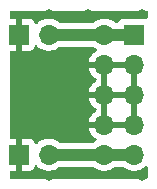
<source format=gbr>
%TF.GenerationSoftware,KiCad,Pcbnew,(6.0.2-0)*%
%TF.CreationDate,2022-02-21T10:23:53+09:00*%
%TF.ProjectId,EurorackPowerForBreadboard,4575726f-7261-4636-9b50-6f776572466f,B*%
%TF.SameCoordinates,Original*%
%TF.FileFunction,Copper,L1,Top*%
%TF.FilePolarity,Positive*%
%FSLAX46Y46*%
G04 Gerber Fmt 4.6, Leading zero omitted, Abs format (unit mm)*
G04 Created by KiCad (PCBNEW (6.0.2-0)) date 2022-02-21 10:23:53*
%MOMM*%
%LPD*%
G01*
G04 APERTURE LIST*
%TA.AperFunction,ComponentPad*%
%ADD10R,1.700000X1.700000*%
%TD*%
%TA.AperFunction,ComponentPad*%
%ADD11O,1.700000X1.700000*%
%TD*%
%TA.AperFunction,ViaPad*%
%ADD12C,0.800000*%
%TD*%
%TA.AperFunction,Conductor*%
%ADD13C,1.000000*%
%TD*%
G04 APERTURE END LIST*
D10*
%TO.P,J3,1,Pin_1*%
%TO.N,+12V*%
X120280000Y-99060000D03*
D11*
%TO.P,J3,2,Pin_2*%
X117740000Y-99060000D03*
%TO.P,J3,3,Pin_3*%
%TO.N,GND*%
X120280000Y-101600000D03*
%TO.P,J3,4,Pin_4*%
X117740000Y-101600000D03*
%TO.P,J3,5,Pin_5*%
X120280000Y-104140000D03*
%TO.P,J3,6,Pin_6*%
X117740000Y-104140000D03*
%TO.P,J3,7,Pin_7*%
X120280000Y-106680000D03*
%TO.P,J3,8,Pin_8*%
X117740000Y-106680000D03*
%TO.P,J3,9,Pin_9*%
%TO.N,-12V*%
X120280000Y-109220000D03*
%TO.P,J3,10,Pin_10*%
X117740000Y-109220000D03*
%TD*%
D10*
%TO.P,J2,1,Pin_1*%
%TO.N,GND*%
X110490000Y-109220000D03*
D11*
%TO.P,J2,2,Pin_2*%
%TO.N,-12V*%
X113030000Y-109220000D03*
%TD*%
D10*
%TO.P,J1,1,Pin_1*%
%TO.N,GND*%
X110490000Y-99060000D03*
D11*
%TO.P,J1,2,Pin_2*%
%TO.N,+12V*%
X113030000Y-99060000D03*
%TD*%
D12*
%TO.N,GND*%
X116332000Y-97282000D03*
X113030000Y-110998000D03*
X111760000Y-104140000D03*
X113030000Y-97282000D03*
X120904000Y-97282000D03*
X120904000Y-110998000D03*
X116332000Y-110744000D03*
%TD*%
D13*
%TO.N,+12V*%
X113030000Y-99060000D02*
X117740000Y-99060000D01*
X117740000Y-99060000D02*
X120280000Y-99060000D01*
%TO.N,-12V*%
X113030000Y-109220000D02*
X117740000Y-109220000D01*
X117740000Y-109220000D02*
X120280000Y-109220000D01*
%TD*%
%TA.AperFunction,Conductor*%
%TO.N,GND*%
G36*
X121354121Y-97048002D02*
G01*
X121400614Y-97101658D01*
X121412000Y-97154000D01*
X121412000Y-97590818D01*
X121391998Y-97658939D01*
X121338342Y-97705432D01*
X121268068Y-97715536D01*
X121255527Y-97712324D01*
X121255400Y-97712856D01*
X121247716Y-97711029D01*
X121240316Y-97708255D01*
X121178134Y-97701500D01*
X119381866Y-97701500D01*
X119319684Y-97708255D01*
X119183295Y-97759385D01*
X119066739Y-97846739D01*
X118979385Y-97963295D01*
X118976233Y-97971704D01*
X118971923Y-97979575D01*
X118970259Y-97978664D01*
X118934337Y-98026490D01*
X118867776Y-98051193D01*
X118858991Y-98051500D01*
X118698799Y-98051500D01*
X118630678Y-98031498D01*
X118620707Y-98024382D01*
X118498414Y-97927800D01*
X118498410Y-97927798D01*
X118494359Y-97924598D01*
X118298789Y-97816638D01*
X118293920Y-97814914D01*
X118293916Y-97814912D01*
X118093087Y-97743795D01*
X118093083Y-97743794D01*
X118088212Y-97742069D01*
X118083119Y-97741162D01*
X118083116Y-97741161D01*
X117873373Y-97703800D01*
X117873367Y-97703799D01*
X117868284Y-97702894D01*
X117794452Y-97701992D01*
X117650081Y-97700228D01*
X117650079Y-97700228D01*
X117644911Y-97700165D01*
X117424091Y-97733955D01*
X117211756Y-97803357D01*
X117013607Y-97906507D01*
X117009474Y-97909610D01*
X117009471Y-97909612D01*
X116854111Y-98026260D01*
X116787626Y-98051166D01*
X116778458Y-98051500D01*
X113988799Y-98051500D01*
X113920678Y-98031498D01*
X113910707Y-98024382D01*
X113788414Y-97927800D01*
X113788410Y-97927798D01*
X113784359Y-97924598D01*
X113588789Y-97816638D01*
X113583920Y-97814914D01*
X113583916Y-97814912D01*
X113383087Y-97743795D01*
X113383083Y-97743794D01*
X113378212Y-97742069D01*
X113373119Y-97741162D01*
X113373116Y-97741161D01*
X113163373Y-97703800D01*
X113163367Y-97703799D01*
X113158284Y-97702894D01*
X113084452Y-97701992D01*
X112940081Y-97700228D01*
X112940079Y-97700228D01*
X112934911Y-97700165D01*
X112714091Y-97733955D01*
X112501756Y-97803357D01*
X112303607Y-97906507D01*
X112299474Y-97909610D01*
X112299471Y-97909612D01*
X112143804Y-98026490D01*
X112124965Y-98040635D01*
X112121393Y-98044373D01*
X112043898Y-98125466D01*
X111982374Y-98160895D01*
X111911462Y-98157438D01*
X111853676Y-98116192D01*
X111834823Y-98082644D01*
X111793324Y-97971946D01*
X111784786Y-97956351D01*
X111708285Y-97854276D01*
X111695724Y-97841715D01*
X111593649Y-97765214D01*
X111578054Y-97756676D01*
X111457606Y-97711522D01*
X111442351Y-97707895D01*
X111391486Y-97702369D01*
X111384672Y-97702000D01*
X110762115Y-97702000D01*
X110746876Y-97706475D01*
X110745671Y-97707865D01*
X110744000Y-97715548D01*
X110744000Y-100399884D01*
X110748475Y-100415123D01*
X110749865Y-100416328D01*
X110757548Y-100417999D01*
X111384669Y-100417999D01*
X111391490Y-100417629D01*
X111442352Y-100412105D01*
X111457604Y-100408479D01*
X111578054Y-100363324D01*
X111593649Y-100354786D01*
X111695724Y-100278285D01*
X111708285Y-100265724D01*
X111784786Y-100163649D01*
X111793324Y-100148054D01*
X111834225Y-100038952D01*
X111876867Y-99982188D01*
X111943428Y-99957488D01*
X112012777Y-99972696D01*
X112047444Y-100000684D01*
X112072865Y-100030031D01*
X112072869Y-100030035D01*
X112076250Y-100033938D01*
X112248126Y-100176632D01*
X112441000Y-100289338D01*
X112649692Y-100369030D01*
X112654760Y-100370061D01*
X112654763Y-100370062D01*
X112761054Y-100391687D01*
X112868597Y-100413567D01*
X112873772Y-100413757D01*
X112873774Y-100413757D01*
X113086673Y-100421564D01*
X113086677Y-100421564D01*
X113091837Y-100421753D01*
X113096957Y-100421097D01*
X113096959Y-100421097D01*
X113308288Y-100394025D01*
X113308289Y-100394025D01*
X113313416Y-100393368D01*
X113319019Y-100391687D01*
X113522429Y-100330661D01*
X113522434Y-100330659D01*
X113527384Y-100329174D01*
X113727994Y-100230896D01*
X113909860Y-100101173D01*
X113912886Y-100098157D01*
X113977588Y-100069570D01*
X113993976Y-100068500D01*
X116782393Y-100068500D01*
X116850514Y-100088502D01*
X116862877Y-100097555D01*
X116958126Y-100176632D01*
X117031955Y-100219774D01*
X117080679Y-100271412D01*
X117093750Y-100341195D01*
X117067019Y-100406967D01*
X117026562Y-100440327D01*
X117018457Y-100444546D01*
X117009738Y-100450036D01*
X116839433Y-100577905D01*
X116831726Y-100584748D01*
X116684590Y-100738717D01*
X116678104Y-100746727D01*
X116558098Y-100922649D01*
X116553000Y-100931623D01*
X116463338Y-101124783D01*
X116459775Y-101134470D01*
X116404389Y-101334183D01*
X116405912Y-101342607D01*
X116418292Y-101346000D01*
X120408000Y-101346000D01*
X120476121Y-101366002D01*
X120522614Y-101419658D01*
X120534000Y-101472000D01*
X120534000Y-106808000D01*
X120513998Y-106876121D01*
X120460342Y-106922614D01*
X120408000Y-106934000D01*
X116423225Y-106934000D01*
X116409694Y-106937973D01*
X116408257Y-106947966D01*
X116438565Y-107082446D01*
X116441645Y-107092275D01*
X116521770Y-107289603D01*
X116526413Y-107298794D01*
X116637694Y-107480388D01*
X116643777Y-107488699D01*
X116783213Y-107649667D01*
X116790580Y-107656883D01*
X116954434Y-107792916D01*
X116962881Y-107798831D01*
X117031969Y-107839203D01*
X117080693Y-107890842D01*
X117093764Y-107960625D01*
X117067033Y-108026396D01*
X117026584Y-108059752D01*
X117013607Y-108066507D01*
X117009474Y-108069610D01*
X117009471Y-108069612D01*
X116854111Y-108186260D01*
X116787626Y-108211166D01*
X116778458Y-108211500D01*
X113988799Y-108211500D01*
X113920678Y-108191498D01*
X113910707Y-108184382D01*
X113788414Y-108087800D01*
X113788410Y-108087798D01*
X113784359Y-108084598D01*
X113588789Y-107976638D01*
X113583920Y-107974914D01*
X113583916Y-107974912D01*
X113383087Y-107903795D01*
X113383083Y-107903794D01*
X113378212Y-107902069D01*
X113373119Y-107901162D01*
X113373116Y-107901161D01*
X113163373Y-107863800D01*
X113163367Y-107863799D01*
X113158284Y-107862894D01*
X113084452Y-107861992D01*
X112940081Y-107860228D01*
X112940079Y-107860228D01*
X112934911Y-107860165D01*
X112714091Y-107893955D01*
X112501756Y-107963357D01*
X112471443Y-107979137D01*
X112313170Y-108061529D01*
X112303607Y-108066507D01*
X112299474Y-108069610D01*
X112299471Y-108069612D01*
X112137933Y-108190898D01*
X112124965Y-108200635D01*
X112121393Y-108204373D01*
X112043898Y-108285466D01*
X111982374Y-108320895D01*
X111911462Y-108317438D01*
X111853676Y-108276192D01*
X111834823Y-108242644D01*
X111793324Y-108131946D01*
X111784786Y-108116351D01*
X111708285Y-108014276D01*
X111695724Y-108001715D01*
X111593649Y-107925214D01*
X111578054Y-107916676D01*
X111457606Y-107871522D01*
X111442351Y-107867895D01*
X111391486Y-107862369D01*
X111384672Y-107862000D01*
X110762115Y-107862000D01*
X110746876Y-107866475D01*
X110745671Y-107867865D01*
X110744000Y-107875548D01*
X110744000Y-110559884D01*
X110748475Y-110575123D01*
X110749865Y-110576328D01*
X110757548Y-110577999D01*
X111384669Y-110577999D01*
X111391490Y-110577629D01*
X111442352Y-110572105D01*
X111457604Y-110568479D01*
X111578054Y-110523324D01*
X111593649Y-110514786D01*
X111695724Y-110438285D01*
X111708285Y-110425724D01*
X111784786Y-110323649D01*
X111793324Y-110308054D01*
X111834225Y-110198952D01*
X111876867Y-110142188D01*
X111943428Y-110117488D01*
X112012777Y-110132696D01*
X112047444Y-110160684D01*
X112072865Y-110190031D01*
X112072869Y-110190035D01*
X112076250Y-110193938D01*
X112248126Y-110336632D01*
X112441000Y-110449338D01*
X112649692Y-110529030D01*
X112654760Y-110530061D01*
X112654763Y-110530062D01*
X112762017Y-110551883D01*
X112868597Y-110573567D01*
X112873772Y-110573757D01*
X112873774Y-110573757D01*
X113086673Y-110581564D01*
X113086677Y-110581564D01*
X113091837Y-110581753D01*
X113096957Y-110581097D01*
X113096959Y-110581097D01*
X113308288Y-110554025D01*
X113308289Y-110554025D01*
X113313416Y-110553368D01*
X113318366Y-110551883D01*
X113522429Y-110490661D01*
X113522434Y-110490659D01*
X113527384Y-110489174D01*
X113727994Y-110390896D01*
X113909860Y-110261173D01*
X113912886Y-110258157D01*
X113977588Y-110229570D01*
X113993976Y-110228500D01*
X116782393Y-110228500D01*
X116850514Y-110248502D01*
X116862877Y-110257555D01*
X116958126Y-110336632D01*
X117151000Y-110449338D01*
X117359692Y-110529030D01*
X117364760Y-110530061D01*
X117364763Y-110530062D01*
X117472017Y-110551883D01*
X117578597Y-110573567D01*
X117583772Y-110573757D01*
X117583774Y-110573757D01*
X117796673Y-110581564D01*
X117796677Y-110581564D01*
X117801837Y-110581753D01*
X117806957Y-110581097D01*
X117806959Y-110581097D01*
X118018288Y-110554025D01*
X118018289Y-110554025D01*
X118023416Y-110553368D01*
X118028366Y-110551883D01*
X118232429Y-110490661D01*
X118232434Y-110490659D01*
X118237384Y-110489174D01*
X118437994Y-110390896D01*
X118619860Y-110261173D01*
X118622886Y-110258157D01*
X118687588Y-110229570D01*
X118703976Y-110228500D01*
X119322393Y-110228500D01*
X119390514Y-110248502D01*
X119402877Y-110257555D01*
X119498126Y-110336632D01*
X119691000Y-110449338D01*
X119899692Y-110529030D01*
X119904760Y-110530061D01*
X119904763Y-110530062D01*
X120012017Y-110551883D01*
X120118597Y-110573567D01*
X120123772Y-110573757D01*
X120123774Y-110573757D01*
X120336673Y-110581564D01*
X120336677Y-110581564D01*
X120341837Y-110581753D01*
X120346957Y-110581097D01*
X120346959Y-110581097D01*
X120558288Y-110554025D01*
X120558289Y-110554025D01*
X120563416Y-110553368D01*
X120568366Y-110551883D01*
X120772429Y-110490661D01*
X120772434Y-110490659D01*
X120777384Y-110489174D01*
X120977994Y-110390896D01*
X121159860Y-110261173D01*
X121163515Y-110257531D01*
X121163523Y-110257524D01*
X121197061Y-110224103D01*
X121259432Y-110190187D01*
X121330239Y-110195376D01*
X121387000Y-110238022D01*
X121411695Y-110304585D01*
X121412000Y-110313354D01*
X121412000Y-111126000D01*
X121391998Y-111194121D01*
X121338342Y-111240614D01*
X121286000Y-111252000D01*
X109854000Y-111252000D01*
X109785879Y-111231998D01*
X109739386Y-111178342D01*
X109728000Y-111126000D01*
X109728000Y-110704000D01*
X109748002Y-110635879D01*
X109801658Y-110589386D01*
X109854000Y-110578000D01*
X110217885Y-110578000D01*
X110233124Y-110573525D01*
X110234329Y-110572135D01*
X110236000Y-110564452D01*
X110236000Y-107880116D01*
X110231525Y-107864877D01*
X110230135Y-107863672D01*
X110222452Y-107862001D01*
X109854000Y-107862001D01*
X109785879Y-107841999D01*
X109739386Y-107788343D01*
X109728000Y-107736001D01*
X109728000Y-106414183D01*
X116404389Y-106414183D01*
X116405912Y-106422607D01*
X116418292Y-106426000D01*
X117467885Y-106426000D01*
X117483124Y-106421525D01*
X117484329Y-106420135D01*
X117486000Y-106412452D01*
X117486000Y-106407885D01*
X117994000Y-106407885D01*
X117998475Y-106423124D01*
X117999865Y-106424329D01*
X118007548Y-106426000D01*
X120007885Y-106426000D01*
X120023124Y-106421525D01*
X120024329Y-106420135D01*
X120026000Y-106412452D01*
X120026000Y-104412115D01*
X120021525Y-104396876D01*
X120020135Y-104395671D01*
X120012452Y-104394000D01*
X118012115Y-104394000D01*
X117996876Y-104398475D01*
X117995671Y-104399865D01*
X117994000Y-104407548D01*
X117994000Y-106407885D01*
X117486000Y-106407885D01*
X117486000Y-104412115D01*
X117481525Y-104396876D01*
X117480135Y-104395671D01*
X117472452Y-104394000D01*
X116423225Y-104394000D01*
X116409694Y-104397973D01*
X116408257Y-104407966D01*
X116438565Y-104542446D01*
X116441645Y-104552275D01*
X116521770Y-104749603D01*
X116526413Y-104758794D01*
X116637694Y-104940388D01*
X116643777Y-104948699D01*
X116783213Y-105109667D01*
X116790580Y-105116883D01*
X116954434Y-105252916D01*
X116962881Y-105258831D01*
X117032479Y-105299501D01*
X117081203Y-105351140D01*
X117094274Y-105420923D01*
X117067543Y-105486694D01*
X117027087Y-105520053D01*
X117018462Y-105524542D01*
X117009738Y-105530036D01*
X116839433Y-105657905D01*
X116831726Y-105664748D01*
X116684590Y-105818717D01*
X116678104Y-105826727D01*
X116558098Y-106002649D01*
X116553000Y-106011623D01*
X116463338Y-106204783D01*
X116459775Y-106214470D01*
X116404389Y-106414183D01*
X109728000Y-106414183D01*
X109728000Y-103874183D01*
X116404389Y-103874183D01*
X116405912Y-103882607D01*
X116418292Y-103886000D01*
X117467885Y-103886000D01*
X117483124Y-103881525D01*
X117484329Y-103880135D01*
X117486000Y-103872452D01*
X117486000Y-103867885D01*
X117994000Y-103867885D01*
X117998475Y-103883124D01*
X117999865Y-103884329D01*
X118007548Y-103886000D01*
X120007885Y-103886000D01*
X120023124Y-103881525D01*
X120024329Y-103880135D01*
X120026000Y-103872452D01*
X120026000Y-101872115D01*
X120021525Y-101856876D01*
X120020135Y-101855671D01*
X120012452Y-101854000D01*
X118012115Y-101854000D01*
X117996876Y-101858475D01*
X117995671Y-101859865D01*
X117994000Y-101867548D01*
X117994000Y-103867885D01*
X117486000Y-103867885D01*
X117486000Y-101872115D01*
X117481525Y-101856876D01*
X117480135Y-101855671D01*
X117472452Y-101854000D01*
X116423225Y-101854000D01*
X116409694Y-101857973D01*
X116408257Y-101867966D01*
X116438565Y-102002446D01*
X116441645Y-102012275D01*
X116521770Y-102209603D01*
X116526413Y-102218794D01*
X116637694Y-102400388D01*
X116643777Y-102408699D01*
X116783213Y-102569667D01*
X116790580Y-102576883D01*
X116954434Y-102712916D01*
X116962881Y-102718831D01*
X117032479Y-102759501D01*
X117081203Y-102811140D01*
X117094274Y-102880923D01*
X117067543Y-102946694D01*
X117027087Y-102980053D01*
X117018462Y-102984542D01*
X117009738Y-102990036D01*
X116839433Y-103117905D01*
X116831726Y-103124748D01*
X116684590Y-103278717D01*
X116678104Y-103286727D01*
X116558098Y-103462649D01*
X116553000Y-103471623D01*
X116463338Y-103664783D01*
X116459775Y-103674470D01*
X116404389Y-103874183D01*
X109728000Y-103874183D01*
X109728000Y-100544000D01*
X109748002Y-100475879D01*
X109801658Y-100429386D01*
X109854000Y-100418000D01*
X110217885Y-100418000D01*
X110233124Y-100413525D01*
X110234329Y-100412135D01*
X110236000Y-100404452D01*
X110236000Y-97720116D01*
X110231525Y-97704877D01*
X110230135Y-97703672D01*
X110222452Y-97702001D01*
X109854000Y-97702001D01*
X109785879Y-97681999D01*
X109739386Y-97628343D01*
X109728000Y-97576001D01*
X109728000Y-97154000D01*
X109748002Y-97085879D01*
X109801658Y-97039386D01*
X109854000Y-97028000D01*
X121286000Y-97028000D01*
X121354121Y-97048002D01*
G37*
%TD.AperFunction*%
%TD*%
M02*

</source>
